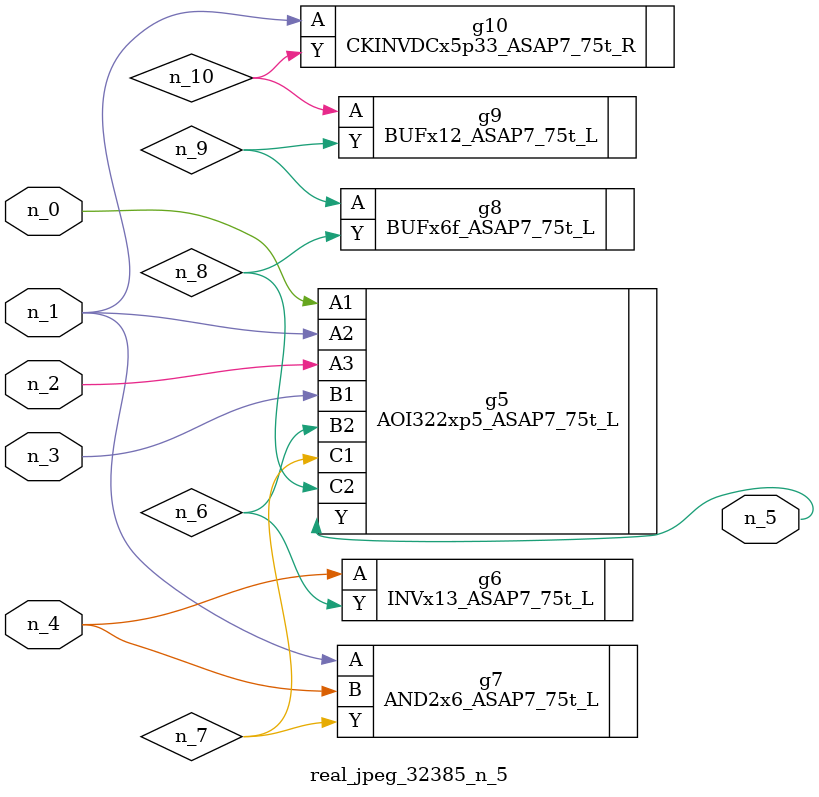
<source format=v>
module real_jpeg_32385_n_5 (n_4, n_0, n_1, n_2, n_3, n_5);

input n_4;
input n_0;
input n_1;
input n_2;
input n_3;

output n_5;

wire n_8;
wire n_6;
wire n_7;
wire n_10;
wire n_9;

AOI322xp5_ASAP7_75t_L g5 ( 
.A1(n_0),
.A2(n_1),
.A3(n_2),
.B1(n_3),
.B2(n_6),
.C1(n_7),
.C2(n_8),
.Y(n_5)
);

AND2x6_ASAP7_75t_L g7 ( 
.A(n_1),
.B(n_4),
.Y(n_7)
);

CKINVDCx5p33_ASAP7_75t_R g10 ( 
.A(n_1),
.Y(n_10)
);

INVx13_ASAP7_75t_L g6 ( 
.A(n_4),
.Y(n_6)
);

BUFx6f_ASAP7_75t_L g8 ( 
.A(n_9),
.Y(n_8)
);

BUFx12_ASAP7_75t_L g9 ( 
.A(n_10),
.Y(n_9)
);


endmodule
</source>
